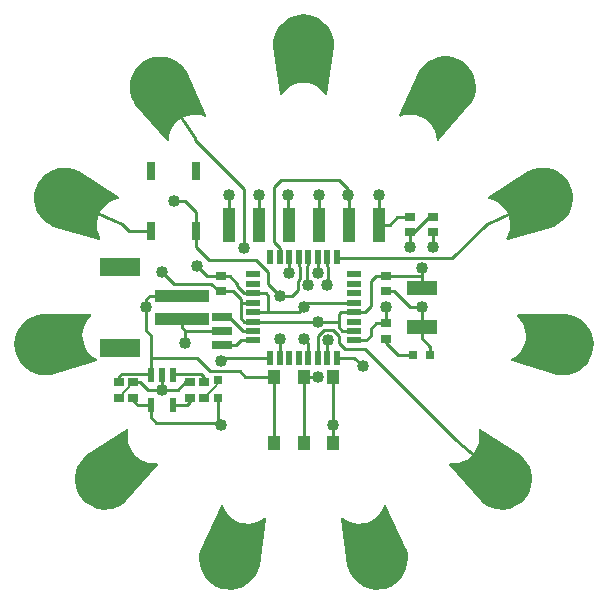
<source format=gbr>
G04 EAGLE Gerber RS-274X export*
G75*
%MOMM*%
%FSLAX34Y34*%
%LPD*%
%INTop Copper*%
%IPPOS*%
%AMOC8*
5,1,8,0,0,1.08239X$1,22.5*%
G01*
%ADD10R,1.270000X0.558800*%
%ADD11R,0.558800X1.270000*%
%ADD12C,4.064000*%
%ADD13R,0.800000X0.800000*%
%ADD14R,0.900000X0.700000*%
%ADD15R,2.500000X1.200000*%
%ADD16R,1.700000X0.700000*%
%ADD17R,1.000000X3.000000*%
%ADD18R,4.600000X1.000000*%
%ADD19R,3.400000X1.600000*%
%ADD20R,1.000000X1.150000*%
%ADD21R,0.550000X1.200000*%
%ADD22R,0.762000X1.524000*%
%ADD23C,0.254000*%
%ADD24C,0.203200*%
%ADD25C,1.016000*%

G36*
X-18877Y180002D02*
X-18877Y180002D01*
X-18735Y180020D01*
X-18734Y180021D01*
X-18732Y180021D01*
X-18607Y180075D01*
X-18474Y180132D01*
X-18472Y180133D01*
X-18471Y180134D01*
X-18458Y180145D01*
X-18254Y180312D01*
X-18236Y180337D01*
X-18217Y180354D01*
X-15908Y183150D01*
X-13244Y185489D01*
X-10242Y187373D01*
X-6977Y188755D01*
X-3534Y189598D01*
X0Y189882D01*
X3534Y189598D01*
X6977Y188755D01*
X10242Y187373D01*
X13244Y185489D01*
X15908Y183150D01*
X18217Y180354D01*
X18219Y180352D01*
X18220Y180351D01*
X18324Y180256D01*
X18427Y180162D01*
X18429Y180161D01*
X18430Y180160D01*
X18560Y180096D01*
X18682Y180036D01*
X18684Y180036D01*
X18685Y180035D01*
X18826Y180010D01*
X18962Y179985D01*
X18964Y179986D01*
X18965Y179985D01*
X19102Y180000D01*
X19244Y180015D01*
X19246Y180015D01*
X19248Y180016D01*
X19376Y180068D01*
X19508Y180121D01*
X19510Y180122D01*
X19511Y180123D01*
X19619Y180208D01*
X19732Y180296D01*
X19733Y180298D01*
X19734Y180299D01*
X19815Y180412D01*
X19898Y180527D01*
X19899Y180529D01*
X19900Y180530D01*
X19906Y180547D01*
X19994Y180794D01*
X19996Y180825D01*
X20004Y180849D01*
X26004Y220849D01*
X26005Y220982D01*
X26014Y221060D01*
X25778Y225055D01*
X25759Y225147D01*
X25756Y225213D01*
X24898Y229122D01*
X24865Y229210D01*
X24852Y229274D01*
X23393Y233001D01*
X23347Y233083D01*
X23323Y233144D01*
X21299Y236597D01*
X21241Y236670D01*
X21208Y236728D01*
X18669Y239821D01*
X18600Y239885D01*
X18559Y239936D01*
X15567Y242595D01*
X15489Y242646D01*
X15440Y242691D01*
X12069Y244848D01*
X11984Y244887D01*
X11929Y244924D01*
X8262Y246527D01*
X8172Y246553D01*
X8112Y246580D01*
X4239Y247590D01*
X4146Y247601D01*
X4082Y247618D01*
X100Y248010D01*
X8Y248007D01*
X-43Y248007D01*
X-100Y248010D01*
X-4082Y247618D01*
X-4173Y247596D01*
X-4239Y247590D01*
X-8112Y246579D01*
X-8198Y246543D01*
X-8262Y246527D01*
X-11929Y244923D01*
X-12008Y244874D01*
X-12069Y244848D01*
X-15440Y242691D01*
X-15511Y242630D01*
X-15567Y242594D01*
X-18559Y239936D01*
X-18619Y239865D01*
X-18669Y239821D01*
X-21208Y236728D01*
X-21257Y236648D01*
X-21299Y236597D01*
X-23323Y233144D01*
X-23359Y233058D01*
X-23392Y233001D01*
X-24851Y229274D01*
X-24873Y229183D01*
X-24898Y229122D01*
X-25756Y225213D01*
X-25763Y225119D01*
X-25777Y225055D01*
X-26013Y221060D01*
X-26003Y220928D01*
X-26004Y220849D01*
X-20004Y180849D01*
X-20003Y180848D01*
X-20003Y180846D01*
X-19964Y180715D01*
X-19923Y180577D01*
X-19922Y180575D01*
X-19921Y180573D01*
X-19845Y180456D01*
X-19769Y180338D01*
X-19768Y180336D01*
X-19767Y180335D01*
X-19660Y180242D01*
X-19556Y180150D01*
X-19554Y180149D01*
X-19552Y180148D01*
X-19424Y180089D01*
X-19298Y180030D01*
X-19296Y180029D01*
X-19295Y180028D01*
X-19155Y180007D01*
X-19017Y179985D01*
X-19016Y179985D01*
X-19014Y179985D01*
X-18877Y180002D01*
G37*
G36*
X65617Y-238850D02*
X65617Y-238850D01*
X65709Y-238835D01*
X65775Y-238833D01*
X69708Y-238092D01*
X69824Y-238052D01*
X69899Y-238036D01*
X73612Y-236541D01*
X73693Y-236495D01*
X73754Y-236471D01*
X77187Y-234414D01*
X77260Y-234355D01*
X77317Y-234321D01*
X80386Y-231753D01*
X80449Y-231683D01*
X80500Y-231641D01*
X83130Y-228624D01*
X83181Y-228546D01*
X83225Y-228497D01*
X85350Y-225105D01*
X85388Y-225020D01*
X85424Y-224964D01*
X86992Y-221282D01*
X87017Y-221192D01*
X87043Y-221131D01*
X88017Y-217249D01*
X88027Y-217156D01*
X88043Y-217092D01*
X88397Y-213106D01*
X88393Y-213013D01*
X88399Y-212947D01*
X88125Y-208954D01*
X88106Y-208863D01*
X88102Y-208796D01*
X87207Y-204896D01*
X87160Y-204772D01*
X87139Y-204696D01*
X70154Y-167988D01*
X70153Y-167986D01*
X70152Y-167985D01*
X70077Y-167869D01*
X69999Y-167749D01*
X69998Y-167748D01*
X69997Y-167746D01*
X69891Y-167655D01*
X69785Y-167563D01*
X69783Y-167562D01*
X69782Y-167561D01*
X69653Y-167501D01*
X69527Y-167443D01*
X69525Y-167443D01*
X69523Y-167442D01*
X69385Y-167421D01*
X69246Y-167399D01*
X69244Y-167399D01*
X69242Y-167399D01*
X69102Y-167417D01*
X68964Y-167435D01*
X68962Y-167436D01*
X68960Y-167436D01*
X68829Y-167493D01*
X68703Y-167548D01*
X68702Y-167549D01*
X68700Y-167550D01*
X68591Y-167640D01*
X68484Y-167729D01*
X68483Y-167730D01*
X68481Y-167731D01*
X68471Y-167747D01*
X68323Y-167963D01*
X68313Y-167992D01*
X68299Y-168014D01*
X66868Y-171346D01*
X64968Y-174338D01*
X62615Y-176990D01*
X59869Y-179232D01*
X56801Y-181008D01*
X53489Y-182272D01*
X50018Y-182991D01*
X46476Y-183148D01*
X42955Y-182739D01*
X39544Y-181773D01*
X36331Y-180276D01*
X33330Y-178240D01*
X33328Y-178239D01*
X33327Y-178237D01*
X33200Y-178176D01*
X33074Y-178114D01*
X33073Y-178114D01*
X33071Y-178113D01*
X32932Y-178089D01*
X32794Y-178065D01*
X32793Y-178065D01*
X32791Y-178065D01*
X32654Y-178080D01*
X32512Y-178095D01*
X32510Y-178096D01*
X32508Y-178096D01*
X32381Y-178148D01*
X32249Y-178202D01*
X32247Y-178204D01*
X32245Y-178204D01*
X32137Y-178290D01*
X32025Y-178379D01*
X32024Y-178380D01*
X32023Y-178381D01*
X31942Y-178496D01*
X31860Y-178610D01*
X31859Y-178611D01*
X31858Y-178613D01*
X31812Y-178745D01*
X31765Y-178878D01*
X31765Y-178880D01*
X31764Y-178881D01*
X31763Y-178899D01*
X31748Y-179161D01*
X31755Y-179192D01*
X31754Y-179217D01*
X37222Y-219293D01*
X37258Y-219421D01*
X37272Y-219498D01*
X38619Y-223266D01*
X38663Y-223349D01*
X38685Y-223412D01*
X40605Y-226923D01*
X40661Y-226998D01*
X40692Y-227056D01*
X43138Y-230224D01*
X43205Y-230289D01*
X43245Y-230342D01*
X46157Y-233088D01*
X46233Y-233141D01*
X46281Y-233187D01*
X49586Y-235444D01*
X49670Y-235485D01*
X49725Y-235523D01*
X53342Y-237235D01*
X53432Y-237263D01*
X53491Y-237292D01*
X57332Y-238417D01*
X57424Y-238430D01*
X57488Y-238449D01*
X61457Y-238959D01*
X61551Y-238958D01*
X61616Y-238967D01*
X65617Y-238850D01*
G37*
G36*
X-61523Y-238957D02*
X-61523Y-238957D01*
X-61457Y-238959D01*
X-57488Y-238449D01*
X-57398Y-238424D01*
X-57332Y-238416D01*
X-53491Y-237291D01*
X-53406Y-237253D01*
X-53342Y-237235D01*
X-49725Y-235523D01*
X-49647Y-235471D01*
X-49587Y-235444D01*
X-46281Y-233187D01*
X-46212Y-233124D01*
X-46157Y-233087D01*
X-43246Y-230341D01*
X-43187Y-230268D01*
X-43139Y-230223D01*
X-40692Y-227056D01*
X-40646Y-226975D01*
X-40605Y-226923D01*
X-38685Y-223411D01*
X-38652Y-223324D01*
X-38619Y-223266D01*
X-37272Y-219498D01*
X-37245Y-219368D01*
X-37222Y-219293D01*
X-31754Y-179217D01*
X-31754Y-179215D01*
X-31753Y-179213D01*
X-31754Y-179074D01*
X-31755Y-178933D01*
X-31756Y-178931D01*
X-31756Y-178929D01*
X-31796Y-178794D01*
X-31835Y-178660D01*
X-31836Y-178658D01*
X-31837Y-178656D01*
X-31914Y-178536D01*
X-31988Y-178420D01*
X-31989Y-178419D01*
X-31990Y-178417D01*
X-32098Y-178323D01*
X-32201Y-178232D01*
X-32203Y-178231D01*
X-32204Y-178230D01*
X-32332Y-178170D01*
X-32458Y-178110D01*
X-32460Y-178110D01*
X-32462Y-178109D01*
X-32598Y-178088D01*
X-32739Y-178065D01*
X-32741Y-178065D01*
X-32742Y-178065D01*
X-32884Y-178082D01*
X-33021Y-178099D01*
X-33023Y-178099D01*
X-33025Y-178100D01*
X-33042Y-178107D01*
X-33283Y-178209D01*
X-33307Y-178229D01*
X-33330Y-178240D01*
X-36331Y-180276D01*
X-39544Y-181773D01*
X-42955Y-182739D01*
X-46476Y-183148D01*
X-50018Y-182991D01*
X-53489Y-182272D01*
X-56801Y-181008D01*
X-59869Y-179232D01*
X-62615Y-176990D01*
X-64968Y-174338D01*
X-66868Y-171346D01*
X-68299Y-168014D01*
X-68300Y-168012D01*
X-68301Y-168010D01*
X-68375Y-167890D01*
X-68447Y-167771D01*
X-68449Y-167769D01*
X-68450Y-167768D01*
X-68553Y-167673D01*
X-68656Y-167578D01*
X-68658Y-167577D01*
X-68659Y-167576D01*
X-68784Y-167514D01*
X-68911Y-167451D01*
X-68913Y-167451D01*
X-68914Y-167450D01*
X-69054Y-167425D01*
X-69190Y-167400D01*
X-69192Y-167400D01*
X-69194Y-167400D01*
X-69336Y-167414D01*
X-69473Y-167428D01*
X-69475Y-167429D01*
X-69477Y-167429D01*
X-69610Y-167483D01*
X-69737Y-167534D01*
X-69739Y-167535D01*
X-69741Y-167535D01*
X-69853Y-167623D01*
X-69962Y-167708D01*
X-69963Y-167710D01*
X-69964Y-167711D01*
X-69975Y-167726D01*
X-70129Y-167938D01*
X-70139Y-167967D01*
X-70154Y-167988D01*
X-87139Y-204696D01*
X-87178Y-204823D01*
X-87207Y-204896D01*
X-88102Y-208796D01*
X-88110Y-208889D01*
X-88126Y-208954D01*
X-88399Y-212947D01*
X-88393Y-213040D01*
X-88398Y-213106D01*
X-88044Y-217092D01*
X-88022Y-217184D01*
X-88017Y-217249D01*
X-87044Y-221131D01*
X-87008Y-221218D01*
X-86993Y-221282D01*
X-85424Y-224964D01*
X-85376Y-225044D01*
X-85350Y-225106D01*
X-83225Y-228497D01*
X-83165Y-228568D01*
X-83130Y-228625D01*
X-80500Y-231642D01*
X-80430Y-231703D01*
X-80387Y-231753D01*
X-77317Y-234322D01*
X-77238Y-234371D01*
X-77188Y-234414D01*
X-73754Y-236471D01*
X-73668Y-236507D01*
X-73612Y-236542D01*
X-69899Y-238036D01*
X-69780Y-238065D01*
X-69708Y-238092D01*
X-65775Y-238833D01*
X-65682Y-238837D01*
X-65617Y-238850D01*
X-61616Y-238967D01*
X-61523Y-238957D01*
G37*
G36*
X172784Y57170D02*
X172784Y57170D01*
X173046Y57192D01*
X173075Y57203D01*
X173100Y57206D01*
X211986Y68334D01*
X212108Y68388D01*
X212182Y68412D01*
X215720Y70284D01*
X215795Y70339D01*
X215854Y70369D01*
X219055Y72771D01*
X219122Y72837D01*
X219175Y72876D01*
X221961Y75749D01*
X221974Y75767D01*
X221991Y75781D01*
X222027Y75836D01*
X222063Y75872D01*
X224365Y79145D01*
X224408Y79228D01*
X224447Y79282D01*
X226209Y82876D01*
X226238Y82965D01*
X226267Y83024D01*
X227446Y86848D01*
X227461Y86941D01*
X227481Y87004D01*
X228046Y90966D01*
X228046Y91059D01*
X228056Y91125D01*
X227995Y95127D01*
X227981Y95219D01*
X227980Y95285D01*
X227294Y99228D01*
X227265Y99317D01*
X227254Y99382D01*
X225959Y103169D01*
X225936Y103215D01*
X225929Y103244D01*
X225897Y103298D01*
X225877Y103350D01*
X223868Y106812D01*
X223810Y106885D01*
X223778Y106943D01*
X221252Y110048D01*
X221184Y110111D01*
X221142Y110163D01*
X218162Y112834D01*
X218085Y112886D01*
X218036Y112931D01*
X214675Y115103D01*
X214590Y115143D01*
X214534Y115179D01*
X210875Y116799D01*
X210785Y116825D01*
X210725Y116852D01*
X206857Y117879D01*
X206764Y117890D01*
X206700Y117908D01*
X202719Y118318D01*
X202625Y118314D01*
X202560Y118322D01*
X198563Y118104D01*
X198472Y118086D01*
X198406Y118083D01*
X194493Y117242D01*
X194405Y117210D01*
X194340Y117197D01*
X190607Y115755D01*
X190491Y115690D01*
X190419Y115659D01*
X156509Y93611D01*
X156507Y93610D01*
X156506Y93609D01*
X156398Y93515D01*
X156295Y93425D01*
X156294Y93423D01*
X156292Y93422D01*
X156216Y93303D01*
X156140Y93186D01*
X156140Y93184D01*
X156139Y93182D01*
X156100Y93050D01*
X156059Y92913D01*
X156059Y92912D01*
X156058Y92910D01*
X156057Y92770D01*
X156055Y92629D01*
X156056Y92627D01*
X156056Y92625D01*
X156094Y92488D01*
X156131Y92355D01*
X156132Y92354D01*
X156133Y92352D01*
X156208Y92230D01*
X156280Y92113D01*
X156282Y92112D01*
X156283Y92110D01*
X156386Y92017D01*
X156490Y91922D01*
X156492Y91921D01*
X156493Y91919D01*
X156510Y91912D01*
X156745Y91796D01*
X156776Y91790D01*
X156799Y91780D01*
X160301Y90839D01*
X163534Y89385D01*
X166494Y87434D01*
X169105Y85036D01*
X171300Y82252D01*
X173023Y79154D01*
X174231Y75821D01*
X174891Y72338D01*
X174988Y68795D01*
X174519Y65281D01*
X173495Y61887D01*
X171908Y58626D01*
X171907Y58624D01*
X171906Y58623D01*
X171864Y58491D01*
X171820Y58356D01*
X171820Y58354D01*
X171820Y58352D01*
X171816Y58213D01*
X171811Y58071D01*
X171812Y58070D01*
X171812Y58068D01*
X171846Y57934D01*
X171881Y57796D01*
X171882Y57794D01*
X171883Y57792D01*
X171956Y57670D01*
X172025Y57551D01*
X172027Y57549D01*
X172028Y57548D01*
X172131Y57451D01*
X172231Y57355D01*
X172233Y57354D01*
X172235Y57353D01*
X172357Y57290D01*
X172484Y57224D01*
X172486Y57224D01*
X172487Y57223D01*
X172623Y57196D01*
X172762Y57168D01*
X172764Y57168D01*
X172766Y57168D01*
X172784Y57170D01*
G37*
G36*
X-165025Y-171047D02*
X-165025Y-171047D01*
X-164933Y-171031D01*
X-164867Y-171030D01*
X-160932Y-170299D01*
X-160844Y-170269D01*
X-160778Y-170258D01*
X-157006Y-168920D01*
X-156923Y-168877D01*
X-156861Y-168856D01*
X-153344Y-166945D01*
X-153269Y-166889D01*
X-153211Y-166858D01*
X-150037Y-164421D01*
X-149944Y-164326D01*
X-149884Y-164276D01*
X-123578Y-133551D01*
X-123577Y-133549D01*
X-123576Y-133548D01*
X-123500Y-133428D01*
X-123425Y-133311D01*
X-123425Y-133309D01*
X-123424Y-133308D01*
X-123383Y-133169D01*
X-123345Y-133038D01*
X-123345Y-133037D01*
X-123344Y-133035D01*
X-123344Y-132890D01*
X-123343Y-132754D01*
X-123344Y-132752D01*
X-123344Y-132750D01*
X-123383Y-132614D01*
X-123420Y-132481D01*
X-123421Y-132479D01*
X-123422Y-132477D01*
X-123494Y-132362D01*
X-123571Y-132239D01*
X-123572Y-132238D01*
X-123573Y-132236D01*
X-123678Y-132142D01*
X-123782Y-132049D01*
X-123783Y-132048D01*
X-123785Y-132047D01*
X-123911Y-131986D01*
X-124037Y-131924D01*
X-124039Y-131924D01*
X-124041Y-131923D01*
X-124058Y-131921D01*
X-124317Y-131876D01*
X-124348Y-131879D01*
X-124373Y-131876D01*
X-127999Y-131961D01*
X-131511Y-131479D01*
X-134901Y-130443D01*
X-138083Y-128880D01*
X-138340Y-128698D01*
X-140975Y-126830D01*
X-143502Y-124345D01*
X-145602Y-121488D01*
X-147219Y-118333D01*
X-148312Y-114961D01*
X-148854Y-111458D01*
X-148830Y-107913D01*
X-148228Y-104337D01*
X-148228Y-104335D01*
X-148228Y-104333D01*
X-148225Y-104197D01*
X-148221Y-104052D01*
X-148221Y-104051D01*
X-148221Y-104049D01*
X-148257Y-103915D01*
X-148292Y-103777D01*
X-148293Y-103776D01*
X-148294Y-103774D01*
X-148366Y-103654D01*
X-148437Y-103533D01*
X-148439Y-103532D01*
X-148440Y-103530D01*
X-148543Y-103434D01*
X-148645Y-103338D01*
X-148646Y-103337D01*
X-148648Y-103336D01*
X-148776Y-103271D01*
X-148898Y-103209D01*
X-148899Y-103208D01*
X-148901Y-103207D01*
X-149039Y-103181D01*
X-149177Y-103154D01*
X-149179Y-103154D01*
X-149180Y-103154D01*
X-149320Y-103167D01*
X-149460Y-103179D01*
X-149462Y-103180D01*
X-149464Y-103180D01*
X-149480Y-103187D01*
X-149725Y-103282D01*
X-149750Y-103301D01*
X-149773Y-103311D01*
X-183935Y-124965D01*
X-184037Y-125051D01*
X-184101Y-125096D01*
X-186966Y-127890D01*
X-187023Y-127964D01*
X-187071Y-128010D01*
X-189464Y-131218D01*
X-189509Y-131300D01*
X-189549Y-131352D01*
X-191411Y-134895D01*
X-191442Y-134983D01*
X-191474Y-135041D01*
X-192758Y-138832D01*
X-192776Y-138924D01*
X-192797Y-138986D01*
X-193473Y-142931D01*
X-193476Y-143024D01*
X-193488Y-143090D01*
X-193538Y-147091D01*
X-193526Y-147184D01*
X-193528Y-147250D01*
X-192952Y-151211D01*
X-192925Y-151301D01*
X-192916Y-151366D01*
X-191728Y-155188D01*
X-191695Y-155256D01*
X-191684Y-155301D01*
X-191675Y-155316D01*
X-191669Y-155336D01*
X-189897Y-158924D01*
X-189844Y-159002D01*
X-189816Y-159061D01*
X-187504Y-162329D01*
X-187420Y-162418D01*
X-187374Y-162479D01*
X-184470Y-165232D01*
X-184394Y-165287D01*
X-184346Y-165333D01*
X-181047Y-167598D01*
X-180963Y-167640D01*
X-180909Y-167678D01*
X-177296Y-169399D01*
X-177206Y-169427D01*
X-177147Y-169456D01*
X-173309Y-170591D01*
X-173217Y-170605D01*
X-173153Y-170624D01*
X-169185Y-171145D01*
X-169092Y-171144D01*
X-169026Y-171153D01*
X-165025Y-171047D01*
G37*
G36*
X-172816Y57067D02*
X-172816Y57067D01*
X-172814Y57067D01*
X-172675Y57087D01*
X-172537Y57107D01*
X-172535Y57108D01*
X-172533Y57108D01*
X-172404Y57167D01*
X-172278Y57224D01*
X-172276Y57225D01*
X-172275Y57226D01*
X-172168Y57317D01*
X-172061Y57408D01*
X-172060Y57410D01*
X-172059Y57411D01*
X-171983Y57525D01*
X-171904Y57645D01*
X-171904Y57647D01*
X-171902Y57648D01*
X-171861Y57781D01*
X-171819Y57916D01*
X-171819Y57918D01*
X-171818Y57920D01*
X-171816Y58059D01*
X-171812Y58200D01*
X-171813Y58202D01*
X-171813Y58204D01*
X-171818Y58221D01*
X-171885Y58475D01*
X-171901Y58502D01*
X-171908Y58526D01*
X-173495Y61787D01*
X-174519Y65181D01*
X-174988Y68695D01*
X-174891Y72238D01*
X-174231Y75721D01*
X-173023Y79054D01*
X-171300Y82152D01*
X-169105Y84936D01*
X-166494Y87334D01*
X-163534Y89285D01*
X-160301Y90739D01*
X-156799Y91680D01*
X-156797Y91681D01*
X-156795Y91681D01*
X-156666Y91736D01*
X-156537Y91791D01*
X-156536Y91793D01*
X-156534Y91793D01*
X-156427Y91881D01*
X-156317Y91971D01*
X-156316Y91973D01*
X-156314Y91974D01*
X-156234Y92090D01*
X-156155Y92205D01*
X-156154Y92206D01*
X-156153Y92208D01*
X-156109Y92340D01*
X-156064Y92474D01*
X-156064Y92476D01*
X-156064Y92478D01*
X-156058Y92617D01*
X-156052Y92758D01*
X-156052Y92760D01*
X-156052Y92762D01*
X-156085Y92896D01*
X-156118Y93034D01*
X-156119Y93036D01*
X-156120Y93038D01*
X-156189Y93159D01*
X-156259Y93281D01*
X-156261Y93283D01*
X-156262Y93284D01*
X-156275Y93297D01*
X-156463Y93480D01*
X-156490Y93494D01*
X-156509Y93511D01*
X-190419Y115559D01*
X-190539Y115615D01*
X-190607Y115655D01*
X-194340Y117097D01*
X-194431Y117118D01*
X-194493Y117143D01*
X-198406Y117983D01*
X-198499Y117990D01*
X-198563Y118004D01*
X-202560Y118222D01*
X-202653Y118214D01*
X-202719Y118218D01*
X-206700Y117808D01*
X-206791Y117786D01*
X-206857Y117780D01*
X-210725Y116752D01*
X-210811Y116716D01*
X-210875Y116699D01*
X-214535Y115079D01*
X-214614Y115030D01*
X-214675Y115004D01*
X-218036Y112831D01*
X-218107Y112770D01*
X-218162Y112735D01*
X-221142Y110063D01*
X-221203Y109992D01*
X-221252Y109948D01*
X-223778Y106843D01*
X-223826Y106763D01*
X-223868Y106712D01*
X-225877Y103250D01*
X-225890Y103217D01*
X-225907Y103192D01*
X-225927Y103129D01*
X-225959Y103069D01*
X-227254Y99282D01*
X-227272Y99190D01*
X-227294Y99128D01*
X-227980Y95185D01*
X-227983Y95092D01*
X-227995Y95027D01*
X-228056Y91025D01*
X-228044Y90932D01*
X-228046Y90866D01*
X-227480Y86904D01*
X-227454Y86814D01*
X-227445Y86749D01*
X-226267Y82924D01*
X-226227Y82839D01*
X-226208Y82776D01*
X-224446Y79182D01*
X-224394Y79105D01*
X-224365Y79045D01*
X-222063Y75772D01*
X-222040Y75748D01*
X-222024Y75720D01*
X-221985Y75684D01*
X-221961Y75649D01*
X-219175Y72776D01*
X-219101Y72719D01*
X-219055Y72671D01*
X-215854Y70269D01*
X-215772Y70224D01*
X-215719Y70184D01*
X-212182Y68312D01*
X-212057Y68267D01*
X-211986Y68234D01*
X-173100Y57106D01*
X-173098Y57105D01*
X-173096Y57105D01*
X-172957Y57086D01*
X-172818Y57067D01*
X-172816Y57067D01*
G37*
G36*
X169119Y-171143D02*
X169119Y-171143D01*
X169185Y-171145D01*
X173153Y-170624D01*
X173244Y-170599D01*
X173309Y-170591D01*
X177147Y-169456D01*
X177232Y-169417D01*
X177296Y-169399D01*
X180909Y-167678D01*
X180987Y-167626D01*
X181047Y-167598D01*
X184346Y-165333D01*
X184415Y-165270D01*
X184470Y-165233D01*
X187374Y-162479D01*
X187451Y-162383D01*
X187504Y-162329D01*
X189816Y-159061D01*
X189858Y-158978D01*
X189897Y-158924D01*
X191669Y-155336D01*
X191698Y-155247D01*
X191728Y-155188D01*
X192916Y-151366D01*
X192931Y-151274D01*
X192951Y-151211D01*
X193527Y-147250D01*
X193528Y-147157D01*
X193538Y-147091D01*
X193487Y-143090D01*
X193473Y-142997D01*
X193473Y-142931D01*
X192797Y-138986D01*
X192768Y-138897D01*
X192758Y-138832D01*
X191473Y-135042D01*
X191431Y-134958D01*
X191410Y-134895D01*
X189549Y-131352D01*
X189494Y-131277D01*
X189464Y-131218D01*
X187071Y-128010D01*
X187005Y-127943D01*
X186966Y-127890D01*
X184101Y-125096D01*
X183994Y-125017D01*
X183935Y-124965D01*
X149773Y-103311D01*
X149771Y-103310D01*
X149770Y-103309D01*
X149645Y-103253D01*
X149514Y-103194D01*
X149512Y-103193D01*
X149510Y-103192D01*
X149373Y-103173D01*
X149232Y-103153D01*
X149231Y-103153D01*
X149229Y-103153D01*
X149091Y-103172D01*
X148951Y-103192D01*
X148949Y-103193D01*
X148947Y-103193D01*
X148819Y-103251D01*
X148691Y-103307D01*
X148690Y-103309D01*
X148688Y-103309D01*
X148578Y-103402D01*
X148474Y-103490D01*
X148472Y-103492D01*
X148471Y-103493D01*
X148391Y-103613D01*
X148315Y-103726D01*
X148315Y-103728D01*
X148314Y-103730D01*
X148270Y-103868D01*
X148229Y-103997D01*
X148229Y-103999D01*
X148228Y-104001D01*
X148228Y-104020D01*
X148220Y-104281D01*
X148228Y-104311D01*
X148228Y-104337D01*
X148830Y-107913D01*
X148854Y-111458D01*
X148312Y-114961D01*
X147219Y-118333D01*
X145602Y-121488D01*
X143502Y-124345D01*
X140975Y-126830D01*
X138083Y-128880D01*
X134901Y-130443D01*
X131511Y-131479D01*
X127999Y-131961D01*
X124373Y-131876D01*
X124371Y-131876D01*
X124369Y-131875D01*
X124231Y-131892D01*
X124091Y-131909D01*
X124089Y-131909D01*
X124087Y-131910D01*
X123959Y-131964D01*
X123829Y-132019D01*
X123827Y-132020D01*
X123826Y-132021D01*
X123714Y-132111D01*
X123608Y-132197D01*
X123606Y-132199D01*
X123605Y-132200D01*
X123523Y-132317D01*
X123444Y-132430D01*
X123444Y-132432D01*
X123443Y-132434D01*
X123398Y-132566D01*
X123352Y-132699D01*
X123352Y-132701D01*
X123351Y-132703D01*
X123345Y-132845D01*
X123338Y-132983D01*
X123339Y-132985D01*
X123339Y-132987D01*
X123371Y-133124D01*
X123403Y-133260D01*
X123404Y-133261D01*
X123405Y-133263D01*
X123414Y-133278D01*
X123543Y-133507D01*
X123565Y-133529D01*
X123578Y-133551D01*
X149884Y-164276D01*
X149983Y-164363D01*
X150037Y-164421D01*
X153211Y-166858D01*
X153277Y-166896D01*
X153290Y-166908D01*
X153310Y-166918D01*
X153344Y-166945D01*
X156861Y-168856D01*
X156948Y-168889D01*
X157006Y-168921D01*
X160778Y-170258D01*
X160870Y-170277D01*
X160932Y-170299D01*
X164867Y-171030D01*
X164960Y-171034D01*
X165025Y-171047D01*
X169026Y-171153D01*
X169119Y-171143D01*
G37*
G36*
X223247Y-57272D02*
X223247Y-57272D01*
X223338Y-57252D01*
X223404Y-57248D01*
X227301Y-56336D01*
X227388Y-56302D01*
X227453Y-56287D01*
X231159Y-54777D01*
X231240Y-54730D01*
X231301Y-54705D01*
X234725Y-52633D01*
X234798Y-52574D01*
X234855Y-52540D01*
X237913Y-49959D01*
X237975Y-49889D01*
X238026Y-49847D01*
X240642Y-46818D01*
X240693Y-46739D01*
X240737Y-46690D01*
X242847Y-43289D01*
X242885Y-43203D01*
X242920Y-43148D01*
X244473Y-39459D01*
X244497Y-39369D01*
X244523Y-39308D01*
X245479Y-35421D01*
X245481Y-35400D01*
X245482Y-35399D01*
X245482Y-35395D01*
X245491Y-35299D01*
X245508Y-35224D01*
X245687Y-31226D01*
X245678Y-31134D01*
X245678Y-31132D01*
X245682Y-31067D01*
X245680Y-31054D01*
X245566Y-30039D01*
X245566Y-30038D01*
X245234Y-27090D01*
X245210Y-27000D01*
X245204Y-26934D01*
X244139Y-23076D01*
X244102Y-22990D01*
X244085Y-22926D01*
X242430Y-19282D01*
X242380Y-19203D01*
X242353Y-19143D01*
X240149Y-15803D01*
X240087Y-15732D01*
X240051Y-15677D01*
X237351Y-12723D01*
X237279Y-12663D01*
X237234Y-12614D01*
X234106Y-10118D01*
X234025Y-10071D01*
X233974Y-10029D01*
X230493Y-8053D01*
X230406Y-8019D01*
X230349Y-7986D01*
X226602Y-6579D01*
X226511Y-6559D01*
X226449Y-6535D01*
X222529Y-5732D01*
X222396Y-5723D01*
X222319Y-5711D01*
X181872Y-5944D01*
X181870Y-5945D01*
X181868Y-5944D01*
X181727Y-5966D01*
X181591Y-5986D01*
X181589Y-5987D01*
X181587Y-5987D01*
X181463Y-6044D01*
X181332Y-6104D01*
X181331Y-6105D01*
X181329Y-6106D01*
X181225Y-6195D01*
X181116Y-6288D01*
X181115Y-6290D01*
X181114Y-6291D01*
X181038Y-6407D01*
X180960Y-6526D01*
X180959Y-6528D01*
X180958Y-6529D01*
X180917Y-6666D01*
X180876Y-6798D01*
X180876Y-6799D01*
X180875Y-6801D01*
X180873Y-6944D01*
X180870Y-7082D01*
X180871Y-7084D01*
X180871Y-7086D01*
X180907Y-7218D01*
X180944Y-7356D01*
X180945Y-7358D01*
X180945Y-7360D01*
X180954Y-7375D01*
X181090Y-7600D01*
X181113Y-7621D01*
X181127Y-7642D01*
X183565Y-10326D01*
X185500Y-13297D01*
X186937Y-16537D01*
X187839Y-19966D01*
X188182Y-23494D01*
X187959Y-27032D01*
X187174Y-30489D01*
X185848Y-33777D01*
X184016Y-36811D01*
X181722Y-39515D01*
X179027Y-41818D01*
X175930Y-43704D01*
X175929Y-43705D01*
X175927Y-43706D01*
X175819Y-43795D01*
X175710Y-43884D01*
X175709Y-43886D01*
X175708Y-43887D01*
X175630Y-44001D01*
X175549Y-44119D01*
X175549Y-44121D01*
X175548Y-44122D01*
X175504Y-44254D01*
X175459Y-44388D01*
X175459Y-44390D01*
X175459Y-44392D01*
X175453Y-44536D01*
X175448Y-44672D01*
X175448Y-44674D01*
X175448Y-44676D01*
X175482Y-44811D01*
X175516Y-44949D01*
X175517Y-44950D01*
X175517Y-44952D01*
X175587Y-45073D01*
X175657Y-45195D01*
X175659Y-45196D01*
X175660Y-45198D01*
X175760Y-45294D01*
X175862Y-45393D01*
X175863Y-45394D01*
X175865Y-45395D01*
X175881Y-45403D01*
X176113Y-45526D01*
X176143Y-45532D01*
X176166Y-45543D01*
X214901Y-57187D01*
X215032Y-57207D01*
X215108Y-57227D01*
X219096Y-57563D01*
X219189Y-57558D01*
X219255Y-57564D01*
X223247Y-57272D01*
G37*
G36*
X114037Y141040D02*
X114037Y141040D01*
X114176Y141054D01*
X114177Y141054D01*
X114179Y141054D01*
X114311Y141107D01*
X114440Y141158D01*
X114442Y141159D01*
X114444Y141159D01*
X114458Y141171D01*
X114666Y141331D01*
X114684Y141356D01*
X114704Y141372D01*
X141362Y171791D01*
X141435Y171902D01*
X141484Y171963D01*
X143444Y175452D01*
X143478Y175539D01*
X143511Y175597D01*
X144901Y179350D01*
X144920Y179441D01*
X144944Y179503D01*
X145730Y183427D01*
X145733Y183486D01*
X145737Y183498D01*
X145738Y183535D01*
X145749Y183586D01*
X145911Y187584D01*
X145902Y187677D01*
X145905Y187744D01*
X145439Y191719D01*
X145416Y191809D01*
X145409Y191875D01*
X144327Y195728D01*
X144290Y195814D01*
X144272Y195878D01*
X142601Y199514D01*
X142551Y199593D01*
X142524Y199653D01*
X140305Y202984D01*
X140242Y203054D01*
X140206Y203109D01*
X137493Y206052D01*
X137421Y206111D01*
X137376Y206160D01*
X134237Y208642D01*
X134131Y208704D01*
X134069Y208749D01*
X130506Y210571D01*
X130417Y210601D01*
X130359Y210632D01*
X126554Y211874D01*
X126462Y211890D01*
X126399Y211911D01*
X122447Y212542D01*
X122354Y212544D01*
X122288Y212555D01*
X118286Y212560D01*
X118194Y212547D01*
X118127Y212548D01*
X114174Y211927D01*
X114084Y211900D01*
X114019Y211890D01*
X110211Y210658D01*
X110127Y210617D01*
X110064Y210598D01*
X106495Y208786D01*
X106419Y208732D01*
X106359Y208703D01*
X103118Y206355D01*
X103051Y206290D01*
X102997Y206251D01*
X100163Y203425D01*
X100107Y203351D01*
X100060Y203304D01*
X97703Y200070D01*
X97640Y199953D01*
X97597Y199888D01*
X81036Y162986D01*
X81036Y162984D01*
X81035Y162982D01*
X80996Y162847D01*
X80957Y162713D01*
X80957Y162711D01*
X80957Y162709D01*
X80957Y162567D01*
X80957Y162428D01*
X80958Y162427D01*
X80958Y162425D01*
X80998Y162287D01*
X81036Y162155D01*
X81037Y162154D01*
X81038Y162152D01*
X81113Y162033D01*
X81187Y161915D01*
X81189Y161913D01*
X81190Y161912D01*
X81295Y161818D01*
X81400Y161725D01*
X81401Y161725D01*
X81403Y161723D01*
X81531Y161662D01*
X81656Y161602D01*
X81658Y161602D01*
X81660Y161601D01*
X81798Y161578D01*
X81936Y161555D01*
X81938Y161555D01*
X81940Y161555D01*
X81958Y161558D01*
X82219Y161588D01*
X82247Y161600D01*
X82272Y161603D01*
X85726Y162709D01*
X89231Y163238D01*
X92776Y163202D01*
X96270Y162601D01*
X96850Y162402D01*
X99623Y161450D01*
X102750Y159780D01*
X105570Y157632D01*
X108012Y155062D01*
X110013Y152136D01*
X111522Y148928D01*
X112500Y145521D01*
X112932Y141920D01*
X112933Y141918D01*
X112932Y141916D01*
X112969Y141781D01*
X113005Y141645D01*
X113006Y141644D01*
X113007Y141642D01*
X113079Y141522D01*
X113151Y141402D01*
X113153Y141400D01*
X113154Y141399D01*
X113257Y141303D01*
X113360Y141208D01*
X113361Y141207D01*
X113363Y141206D01*
X113486Y141144D01*
X113613Y141080D01*
X113615Y141079D01*
X113617Y141079D01*
X113752Y141054D01*
X113893Y141027D01*
X113895Y141027D01*
X113897Y141027D01*
X114037Y141040D01*
G37*
G36*
X-115087Y140805D02*
X-115087Y140805D01*
X-114947Y140823D01*
X-114945Y140824D01*
X-114943Y140824D01*
X-114817Y140880D01*
X-114686Y140937D01*
X-114685Y140939D01*
X-114683Y140939D01*
X-114577Y141028D01*
X-114468Y141119D01*
X-114467Y141121D01*
X-114465Y141122D01*
X-114388Y141237D01*
X-114308Y141355D01*
X-114308Y141356D01*
X-114307Y141358D01*
X-114301Y141375D01*
X-114220Y141625D01*
X-114219Y141656D01*
X-114212Y141680D01*
X-113780Y145281D01*
X-112802Y148688D01*
X-111293Y151896D01*
X-109292Y154822D01*
X-106850Y157392D01*
X-104030Y159540D01*
X-100903Y161210D01*
X-97550Y162361D01*
X-94056Y162962D01*
X-90511Y162998D01*
X-87006Y162469D01*
X-83552Y161363D01*
X-83550Y161363D01*
X-83549Y161362D01*
X-83408Y161339D01*
X-83272Y161315D01*
X-83270Y161316D01*
X-83268Y161315D01*
X-83127Y161332D01*
X-82990Y161347D01*
X-82988Y161348D01*
X-82986Y161348D01*
X-82858Y161402D01*
X-82727Y161456D01*
X-82725Y161457D01*
X-82724Y161458D01*
X-82616Y161544D01*
X-82505Y161633D01*
X-82503Y161635D01*
X-82502Y161636D01*
X-82422Y161749D01*
X-82340Y161865D01*
X-82340Y161867D01*
X-82339Y161868D01*
X-82293Y162000D01*
X-82247Y162133D01*
X-82247Y162135D01*
X-82246Y162137D01*
X-82239Y162274D01*
X-82231Y162417D01*
X-82232Y162419D01*
X-82231Y162421D01*
X-82236Y162439D01*
X-82295Y162694D01*
X-82310Y162721D01*
X-82316Y162746D01*
X-98877Y199648D01*
X-98948Y199760D01*
X-98983Y199830D01*
X-101340Y203064D01*
X-101405Y203132D01*
X-101443Y203185D01*
X-104277Y206012D01*
X-104352Y206068D01*
X-104398Y206115D01*
X-107639Y208463D01*
X-107722Y208507D01*
X-107775Y208546D01*
X-111344Y210358D01*
X-111432Y210388D01*
X-111491Y210419D01*
X-115299Y211650D01*
X-115391Y211666D01*
X-115454Y211687D01*
X-119407Y212308D01*
X-119501Y212310D01*
X-119566Y212320D01*
X-123568Y212315D01*
X-123661Y212302D01*
X-123727Y212302D01*
X-127679Y211671D01*
X-127768Y211644D01*
X-127834Y211634D01*
X-131639Y210392D01*
X-131723Y210351D01*
X-131786Y210331D01*
X-135349Y208509D01*
X-135450Y208439D01*
X-135517Y208402D01*
X-138656Y205920D01*
X-138721Y205852D01*
X-138773Y205812D01*
X-141486Y202869D01*
X-141539Y202792D01*
X-141584Y202744D01*
X-143803Y199413D01*
X-143844Y199329D01*
X-143881Y199274D01*
X-145552Y195638D01*
X-145579Y195548D01*
X-145607Y195488D01*
X-146688Y191635D01*
X-146701Y191542D01*
X-146719Y191479D01*
X-147184Y187504D01*
X-147182Y187410D01*
X-147190Y187344D01*
X-147028Y183346D01*
X-147024Y183321D01*
X-147024Y183310D01*
X-147016Y183280D01*
X-147012Y183254D01*
X-147009Y183187D01*
X-146224Y179263D01*
X-146193Y179175D01*
X-146180Y179110D01*
X-144791Y175357D01*
X-144746Y175275D01*
X-144724Y175212D01*
X-142764Y171723D01*
X-142707Y171649D01*
X-142692Y171623D01*
X-142679Y171611D01*
X-142642Y171551D01*
X-115984Y141132D01*
X-115982Y141131D01*
X-115981Y141129D01*
X-115871Y141035D01*
X-115768Y140946D01*
X-115766Y140946D01*
X-115765Y140944D01*
X-115633Y140885D01*
X-115510Y140828D01*
X-115508Y140828D01*
X-115506Y140827D01*
X-115366Y140806D01*
X-115229Y140786D01*
X-115227Y140786D01*
X-115225Y140786D01*
X-115087Y140805D01*
G37*
G36*
X-218182Y-57417D02*
X-218182Y-57417D01*
X-218116Y-57423D01*
X-214128Y-57087D01*
X-213999Y-57057D01*
X-213921Y-57047D01*
X-175186Y-45403D01*
X-175184Y-45403D01*
X-175182Y-45402D01*
X-175057Y-45344D01*
X-174928Y-45284D01*
X-174926Y-45283D01*
X-174925Y-45282D01*
X-174819Y-45190D01*
X-174713Y-45098D01*
X-174712Y-45097D01*
X-174710Y-45095D01*
X-174633Y-44976D01*
X-174558Y-44860D01*
X-174557Y-44858D01*
X-174556Y-44856D01*
X-174515Y-44719D01*
X-174475Y-44588D01*
X-174475Y-44586D01*
X-174474Y-44584D01*
X-174473Y-44444D01*
X-174471Y-44304D01*
X-174471Y-44302D01*
X-174471Y-44300D01*
X-174508Y-44166D01*
X-174546Y-44029D01*
X-174547Y-44028D01*
X-174547Y-44026D01*
X-174618Y-43910D01*
X-174694Y-43787D01*
X-174695Y-43785D01*
X-174696Y-43784D01*
X-174709Y-43773D01*
X-174903Y-43594D01*
X-174931Y-43581D01*
X-174950Y-43564D01*
X-178047Y-41678D01*
X-180742Y-39375D01*
X-183036Y-36671D01*
X-184868Y-33637D01*
X-186194Y-30349D01*
X-186979Y-26892D01*
X-187202Y-23354D01*
X-186859Y-19826D01*
X-185957Y-16397D01*
X-184520Y-13157D01*
X-182585Y-10186D01*
X-180147Y-7502D01*
X-180145Y-7501D01*
X-180144Y-7499D01*
X-180066Y-7383D01*
X-179987Y-7267D01*
X-179986Y-7265D01*
X-179985Y-7264D01*
X-179942Y-7131D01*
X-179898Y-6997D01*
X-179898Y-6995D01*
X-179898Y-6993D01*
X-179893Y-6853D01*
X-179888Y-6713D01*
X-179889Y-6711D01*
X-179889Y-6709D01*
X-179923Y-6574D01*
X-179958Y-6437D01*
X-179959Y-6435D01*
X-179959Y-6434D01*
X-180028Y-6317D01*
X-180100Y-6191D01*
X-180102Y-6190D01*
X-180103Y-6188D01*
X-180201Y-6095D01*
X-180306Y-5995D01*
X-180308Y-5994D01*
X-180309Y-5993D01*
X-180434Y-5928D01*
X-180558Y-5863D01*
X-180560Y-5863D01*
X-180561Y-5862D01*
X-180579Y-5859D01*
X-180836Y-5806D01*
X-180867Y-5809D01*
X-180892Y-5804D01*
X-221339Y-5571D01*
X-221470Y-5589D01*
X-221549Y-5592D01*
X-225469Y-6395D01*
X-225557Y-6426D01*
X-225622Y-6439D01*
X-229369Y-7846D01*
X-229451Y-7890D01*
X-229513Y-7913D01*
X-232994Y-9889D01*
X-233068Y-9946D01*
X-233126Y-9978D01*
X-236255Y-12473D01*
X-236319Y-12541D01*
X-236371Y-12582D01*
X-239071Y-15537D01*
X-239124Y-15614D01*
X-239169Y-15662D01*
X-241373Y-19003D01*
X-241413Y-19087D01*
X-241450Y-19142D01*
X-243105Y-22786D01*
X-243132Y-22876D01*
X-243159Y-22936D01*
X-244224Y-26794D01*
X-244236Y-26887D01*
X-244254Y-26950D01*
X-244702Y-30927D01*
X-244699Y-31021D01*
X-244707Y-31086D01*
X-244528Y-35084D01*
X-244509Y-35186D01*
X-244509Y-35207D01*
X-244503Y-35231D01*
X-244499Y-35282D01*
X-243543Y-39168D01*
X-243508Y-39254D01*
X-243493Y-39319D01*
X-241940Y-43008D01*
X-241892Y-43088D01*
X-241867Y-43149D01*
X-239756Y-46549D01*
X-239696Y-46621D01*
X-239662Y-46678D01*
X-237046Y-49706D01*
X-236975Y-49768D01*
X-236932Y-49818D01*
X-233875Y-52400D01*
X-233795Y-52450D01*
X-233745Y-52493D01*
X-230321Y-54565D01*
X-230235Y-54602D01*
X-230179Y-54636D01*
X-226473Y-56147D01*
X-226382Y-56170D01*
X-226321Y-56196D01*
X-222424Y-57108D01*
X-222331Y-57116D01*
X-222267Y-57132D01*
X-218275Y-57424D01*
X-218182Y-57417D01*
G37*
D10*
X-42926Y28000D03*
X-42926Y20000D03*
X-42926Y12000D03*
X-42926Y4000D03*
X-42926Y-4000D03*
X-42926Y-12000D03*
X-42926Y-20000D03*
X-42926Y-28000D03*
D11*
X-28000Y-42926D03*
X-20000Y-42926D03*
X-12000Y-42926D03*
X-4000Y-42926D03*
X4000Y-42926D03*
X12000Y-42926D03*
X20000Y-42926D03*
X28000Y-42926D03*
D10*
X42926Y-28000D03*
X42926Y-20000D03*
X42926Y-12000D03*
X42926Y-4000D03*
X42926Y4000D03*
X42926Y12000D03*
X42926Y20000D03*
X42926Y28000D03*
D11*
X28000Y42926D03*
X20000Y42926D03*
X12000Y42926D03*
X4000Y42926D03*
X-4000Y42926D03*
X-12000Y42926D03*
X-20000Y42926D03*
X-28000Y42926D03*
D12*
X197427Y90276D03*
X117238Y182348D03*
X-61016Y-208012D03*
X61016Y-208012D03*
X163773Y-141904D03*
X-163773Y-141904D03*
X-197427Y90176D03*
X-213523Y-30717D03*
X0Y216700D03*
D13*
X107500Y-40000D03*
X92500Y-40000D03*
D14*
X70000Y-26500D03*
X70000Y-13500D03*
X110000Y76500D03*
X110000Y63500D03*
X70000Y26500D03*
X70000Y13500D03*
D12*
X-118518Y182108D03*
X214503Y-30857D03*
D15*
X100000Y-16500D03*
X100000Y16500D03*
D14*
X-70000Y13500D03*
X-70000Y26500D03*
D16*
X-69000Y-8000D03*
X-69000Y-20000D03*
X-69000Y-32000D03*
D17*
X-12700Y70000D03*
X-38100Y70000D03*
X-63500Y70000D03*
X12700Y70000D03*
X38100Y70000D03*
X63500Y70000D03*
D14*
X90000Y76500D03*
X90000Y63500D03*
D18*
X-103000Y-10000D03*
X-103000Y10000D03*
D19*
X-155000Y-34000D03*
X-155000Y34000D03*
D20*
X25000Y-58750D03*
X0Y-58750D03*
X-25000Y-58750D03*
X25000Y-115250D03*
X0Y-115250D03*
X-25000Y-115250D03*
D14*
X-144000Y-76500D03*
X-144000Y-63500D03*
X-156000Y-63500D03*
X-156000Y-76500D03*
D13*
X-72000Y-61500D03*
X-72000Y-76500D03*
D14*
X-84000Y-63500D03*
X-84000Y-76500D03*
D21*
X-110500Y-56999D03*
X-120000Y-56999D03*
X-129500Y-56999D03*
X-129500Y-83001D03*
X-110500Y-83001D03*
D22*
X-129050Y64600D03*
X-129050Y115400D03*
X-90950Y64600D03*
X-90950Y115400D03*
D14*
X-96000Y-76500D03*
X-96000Y-63500D03*
D23*
X4000Y4000D02*
X42926Y4000D01*
X4000Y4000D02*
X0Y0D01*
X-4000Y-4000D02*
X-30000Y-4000D01*
X-42926Y-4000D01*
X-4000Y-4000D02*
X0Y0D01*
X-32000Y12000D02*
X-42926Y12000D01*
X-32000Y12000D02*
X-30000Y10000D01*
X-30000Y-4000D01*
X-42926Y12000D02*
X-50000Y12000D01*
X-56000Y18000D01*
X-56000Y20000D01*
X-62500Y26500D01*
X-154000Y71000D02*
X-197427Y90176D01*
X-147600Y64600D02*
X-129050Y64600D01*
X-147600Y64600D02*
X-154000Y71000D01*
X-120000Y-56999D02*
X-120000Y-70000D01*
X70000Y13500D02*
X76500Y13500D01*
X90000Y0D01*
X100000Y0D01*
X100000Y-16500D01*
X107500Y-33500D02*
X107500Y-40000D01*
X107500Y-33500D02*
X100000Y-26000D01*
X100000Y-16500D01*
X-62500Y26500D02*
X-70000Y26500D01*
X-106500Y-70000D02*
X-120000Y-70000D01*
X-138500Y-63500D02*
X-144000Y-63500D01*
X-138500Y-63500D02*
X-132000Y-70000D01*
X-120000Y-70000D01*
X-100000Y-63500D02*
X-96000Y-63500D01*
X-100000Y-63500D02*
X-106500Y-70000D01*
X-81500Y26500D02*
X-70000Y26500D01*
X-81500Y26500D02*
X-90000Y35000D01*
D24*
X-144000Y-63500D02*
X-156000Y-76500D01*
D23*
X-100000Y-20000D02*
X-69000Y-20000D01*
X-103000Y-17000D02*
X-103000Y-10000D01*
X-103000Y-17000D02*
X-100000Y-20000D01*
X-100000Y-30000D01*
X-63500Y70000D02*
X-63500Y94500D01*
X-63000Y95000D01*
X-38100Y94900D02*
X-38100Y70000D01*
X-38100Y94900D02*
X-38000Y95000D01*
D25*
X0Y0D03*
X-120000Y-70000D03*
X100000Y0D03*
X-90000Y35000D03*
X-100000Y-30000D03*
X-63000Y95000D03*
X-38000Y95000D03*
D23*
X-42926Y-12000D02*
X-50000Y-12000D01*
X-53000Y-9000D01*
X-53000Y5000D01*
X-53000Y7000D01*
X-59500Y13500D02*
X-70000Y13500D01*
X-59500Y13500D02*
X-53000Y7000D01*
X-52000Y4000D02*
X-42926Y4000D01*
X-52000Y4000D02*
X-53000Y5000D01*
X0Y-58750D02*
X0Y-115250D01*
X42926Y-4000D02*
X52000Y-4000D01*
X57000Y1000D01*
X57000Y22000D01*
X61500Y26500D02*
X70000Y26500D01*
X61500Y26500D02*
X57000Y22000D01*
X100000Y26000D02*
X100000Y16500D01*
X100000Y26000D02*
X100000Y33000D01*
X99500Y26500D02*
X70000Y26500D01*
X99500Y26500D02*
X100000Y26000D01*
X110000Y51000D02*
X110000Y63500D01*
X30000Y-12000D02*
X12000Y-12000D01*
X-42926Y-12000D01*
X33000Y-20000D02*
X42926Y-20000D01*
X33000Y-20000D02*
X30000Y-17000D01*
X30000Y-12000D01*
X32000Y-4000D02*
X42926Y-4000D01*
X32000Y-4000D02*
X30000Y-6000D01*
X30000Y-12000D01*
X-70000Y13500D02*
X-71500Y13500D01*
X-78000Y20000D01*
X-110000Y20000D01*
X-120000Y30000D01*
X0Y-58750D02*
X11750Y-58750D01*
X12000Y-59000D01*
D25*
X100000Y33000D03*
X110000Y51000D03*
X12000Y-59000D03*
X12000Y-12000D03*
X-120000Y30000D03*
D23*
X-40000Y40000D02*
X-30000Y30000D01*
X-40000Y40000D02*
X-80000Y40000D01*
X-90950Y50950D02*
X-90950Y64600D01*
X-90950Y50950D02*
X-80000Y40000D01*
X-30000Y20000D02*
X-20000Y10000D01*
X-30000Y20000D02*
X-30000Y30000D01*
X90000Y51000D02*
X90000Y63500D01*
X93500Y63500D01*
X106500Y76500D02*
X110000Y76500D01*
X106500Y76500D02*
X93500Y63500D01*
X-4000Y42926D02*
X-4000Y35000D01*
X-3000Y34000D01*
X-3000Y24000D01*
X-5000Y22000D01*
X-5000Y15000D01*
X-10000Y10000D01*
X-20000Y10000D01*
X-90950Y64600D02*
X-90950Y80950D01*
X-100000Y90000D01*
X-110000Y90000D01*
D25*
X-110000Y90000D03*
X90000Y51000D03*
X-20000Y10000D03*
D23*
X20000Y-29000D02*
X20000Y-42926D01*
X20000Y-29000D02*
X21000Y-28000D01*
D25*
X21000Y-28000D03*
D23*
X70000Y-13500D02*
X70000Y0D01*
X70000Y-13500D02*
X61500Y-13500D01*
X57000Y-18000D01*
X53000Y-28000D02*
X42926Y-28000D01*
X53000Y-28000D02*
X57000Y-24000D01*
X57000Y-18000D01*
D25*
X70000Y0D03*
D23*
X42926Y-42926D02*
X28000Y-42926D01*
X42926Y-42926D02*
X50000Y-50000D01*
D25*
X50000Y-50000D03*
D23*
X-12000Y29000D02*
X-12000Y42926D01*
X12700Y70000D02*
X12700Y94700D01*
X13000Y95000D01*
D25*
X-12000Y29000D03*
X13000Y95000D03*
D23*
X-20000Y50000D02*
X-20000Y42926D01*
X-20000Y50000D02*
X-25000Y55000D01*
X-25000Y102000D01*
X-19000Y108000D01*
X30000Y108000D01*
X38100Y94900D02*
X38100Y70000D01*
X38100Y94900D02*
X38000Y95000D01*
X38000Y100000D01*
X30000Y108000D01*
D25*
X38000Y95000D03*
D23*
X-28000Y-42926D02*
X-67926Y-42926D01*
X-70000Y-45000D01*
D25*
X-70000Y-45000D03*
D23*
X70000Y-30000D02*
X70000Y-26500D01*
X70000Y-30000D02*
X80000Y-40000D01*
X92500Y-40000D01*
X4000Y-42926D02*
X4000Y-31000D01*
X0Y-27000D01*
D25*
X0Y-27000D03*
D23*
X-42926Y-20000D02*
X-51000Y-20000D01*
X-63000Y-8000D02*
X-69000Y-8000D01*
X-63000Y-8000D02*
X-51000Y-20000D01*
X-53000Y-28000D02*
X-42926Y-28000D01*
X-53000Y-28000D02*
X-57000Y-32000D01*
X-69000Y-32000D01*
X63500Y70000D02*
X63500Y94500D01*
X64000Y95000D01*
X63500Y70000D02*
X73000Y70000D01*
X79500Y76500D02*
X90000Y76500D01*
X79500Y76500D02*
X73000Y70000D01*
D25*
X64000Y95000D03*
D23*
X-20000Y-27000D02*
X-20000Y-42926D01*
D25*
X-20000Y-27000D03*
D23*
X129000Y-112000D02*
X163773Y-141904D01*
X52000Y-35000D02*
X35000Y-35000D01*
X52000Y-35000D02*
X129000Y-112000D01*
X25000Y-19000D02*
X17000Y-19000D01*
X12000Y-24000D01*
X12000Y-42926D01*
X30000Y-30000D02*
X35000Y-35000D01*
X30000Y-30000D02*
X30000Y-24000D01*
X25000Y-19000D01*
X-25000Y-58750D02*
X-25000Y-115250D01*
X-103000Y10000D02*
X-130000Y10000D01*
X-133000Y7000D01*
X-156000Y-58000D02*
X-156000Y-63500D01*
X-156000Y-58000D02*
X-154000Y-56000D01*
X-130499Y-56000D01*
X-129500Y-56999D01*
X-129500Y-43000D02*
X-129500Y-23500D01*
X-129500Y-43000D02*
X-129500Y-56999D01*
X-49250Y-58750D02*
X-25000Y-58750D01*
X-49250Y-58750D02*
X-54000Y-54000D01*
X-79000Y-54000D01*
X-90000Y-43000D01*
X-129500Y-43000D01*
X-129500Y-23500D02*
X-133350Y-19650D01*
X-133350Y-254D01*
X-133096Y0D01*
X-133000Y96D01*
X-133000Y7000D01*
X-133096Y6904D01*
X-133096Y0D01*
D25*
X-133096Y0D03*
D24*
X-75000Y-67000D02*
X-84000Y-76500D01*
X-72000Y-64000D02*
X-72000Y-61500D01*
X-72000Y-64000D02*
X-75000Y-67000D01*
D23*
X25000Y-58750D02*
X25000Y-100000D01*
X25000Y-115250D01*
X-129500Y-92500D02*
X-129500Y-83001D01*
X-129500Y-92500D02*
X-124500Y-97500D01*
X-144000Y-79000D02*
X-144000Y-76500D01*
X-144000Y-79000D02*
X-140000Y-83000D01*
X-129501Y-83000D01*
X-129500Y-83001D01*
X-72000Y-76500D02*
X-72000Y-98000D01*
X-70000Y-100000D01*
X-72500Y-97500D02*
X-124500Y-97500D01*
X-72500Y-97500D02*
X-70000Y-100000D01*
X-12700Y70000D02*
X-13000Y95000D01*
D25*
X25000Y-100000D03*
X-13000Y95000D03*
X-70000Y-100000D03*
D23*
X155000Y71000D02*
X197427Y90276D01*
X28926Y42000D02*
X28000Y42926D01*
X126000Y42000D02*
X155000Y71000D01*
X126000Y42000D02*
X28926Y42000D01*
X20000Y42926D02*
X20000Y35000D01*
X21000Y34000D01*
X21000Y20000D01*
X20000Y19000D01*
D25*
X20000Y19000D03*
D23*
X12000Y29000D02*
X12000Y42926D01*
D25*
X12000Y29000D03*
D23*
X-92000Y143000D02*
X-118518Y182108D01*
X-92000Y143000D02*
X-92000Y142000D01*
X-50000Y100000D01*
X-50000Y50000D01*
X4000Y42926D02*
X4000Y36000D01*
X3000Y35000D01*
X3000Y20000D01*
X4000Y19000D01*
D25*
X4000Y19000D03*
X-50000Y50000D03*
D23*
X-84000Y-59000D02*
X-84000Y-63500D01*
X-84000Y-59000D02*
X-87000Y-56000D01*
X-109501Y-56000D01*
X-110500Y-56999D01*
X-110500Y-83001D02*
X-106501Y-83001D01*
X-96000Y-80000D02*
X-96000Y-76500D01*
X-96000Y-80000D02*
X-99000Y-83000D01*
X-110499Y-83000D01*
X-110500Y-83001D01*
M02*

</source>
